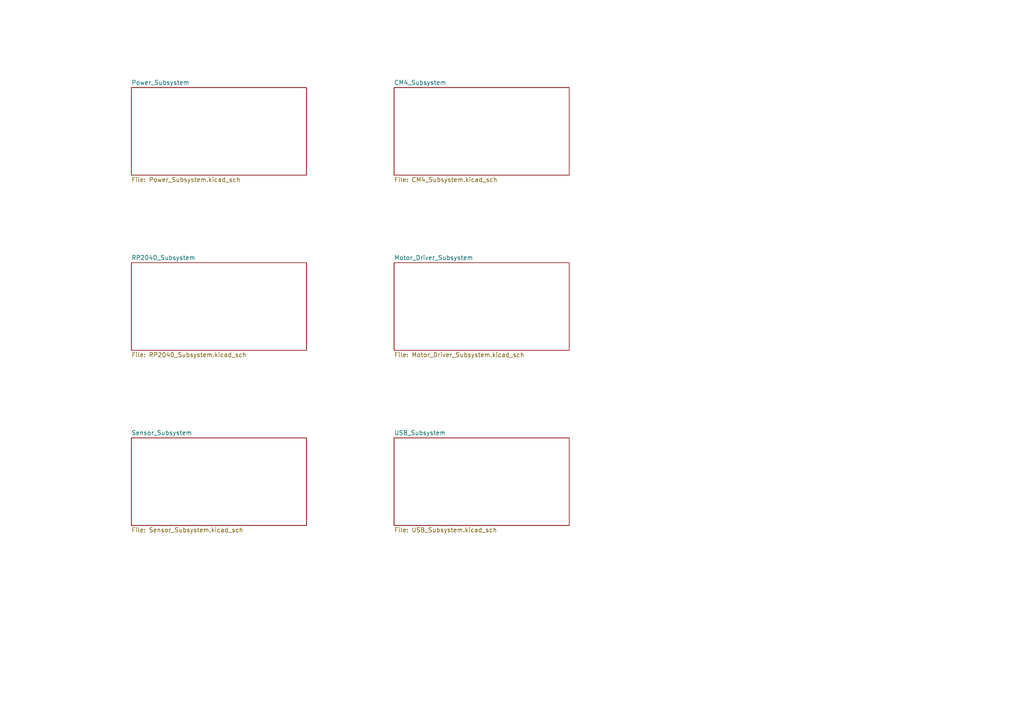
<source format=kicad_sch>
(kicad_sch (version 20230121) (generator eeschema)

  (uuid e63e39d7-6ac0-4ffd-8aa3-1841a4541b55)

  (paper "A4")

  (title_block
    (title "CM4 Robotics Controller")
    (date "2025-07-03")
    (rev "v1.0")
    (company "Manus AI")
  )

  (lib_symbols)

  (sheet (at 38.1 25.4) (size 50.8 25.4) (fields_autoplaced)
    (stroke (width 0.1524) (type solid))
    (fill (color 0 0 0 0.0000))
    (uuid 00000000-0000-0000-0000-00005f3c1de1)
    (property "Sheetname" "Power_Subsystem" (at 38.1 24.6884 0)
      (effects (font (size 1.27 1.27)) (justify left bottom))
    )
    (property "Sheetfile" "Power_Subsystem.kicad_sch" (at 38.1 51.3846 0)
      (effects (font (size 1.27 1.27)) (justify left top))
    )
    (instances
      (project "CM4_Robotics_Controller"
        (path "/e63e39d7-6ac0-4ffd-8aa3-1841a4541b55" (page "2"))
      )
    )
  )

  (sheet (at 114.3 25.4) (size 50.8 25.4) (fields_autoplaced)
    (stroke (width 0.1524) (type solid))
    (fill (color 0 0 0 0.0000))
    (uuid 00000000-0000-0000-0000-00005f3c1de2)
    (property "Sheetname" "CM4_Subsystem" (at 114.3 24.6884 0)
      (effects (font (size 1.27 1.27)) (justify left bottom))
    )
    (property "Sheetfile" "CM4_Subsystem.kicad_sch" (at 114.3 51.3846 0)
      (effects (font (size 1.27 1.27)) (justify left top))
    )
    (instances
      (project "CM4_Robotics_Controller"
        (path "/e63e39d7-6ac0-4ffd-8aa3-1841a4541b55" (page "3"))
      )
    )
  )

  (sheet (at 38.1 76.2) (size 50.8 25.4) (fields_autoplaced)
    (stroke (width 0.1524) (type solid))
    (fill (color 0 0 0 0.0000))
    (uuid 00000000-0000-0000-0000-00005f3c1de3)
    (property "Sheetname" "RP2040_Subsystem" (at 38.1 75.4884 0)
      (effects (font (size 1.27 1.27)) (justify left bottom))
    )
    (property "Sheetfile" "RP2040_Subsystem.kicad_sch" (at 38.1 102.1846 0)
      (effects (font (size 1.27 1.27)) (justify left top))
    )
    (instances
      (project "CM4_Robotics_Controller"
        (path "/e63e39d7-6ac0-4ffd-8aa3-1841a4541b55" (page "4"))
      )
    )
  )

  (sheet (at 114.3 76.2) (size 50.8 25.4) (fields_autoplaced)
    (stroke (width 0.1524) (type solid))
    (fill (color 0 0 0 0.0000))
    (uuid 00000000-0000-0000-0000-00005f3c1de4)
    (property "Sheetname" "Motor_Driver_Subsystem" (at 114.3 75.4884 0)
      (effects (font (size 1.27 1.27)) (justify left bottom))
    )
    (property "Sheetfile" "Motor_Driver_Subsystem.kicad_sch" (at 114.3 102.1846 0)
      (effects (font (size 1.27 1.27)) (justify left top))
    )
    (instances
      (project "CM4_Robotics_Controller"
        (path "/e63e39d7-6ac0-4ffd-8aa3-1841a4541b55" (page "5"))
      )
    )
  )

  (sheet (at 38.1 127.0) (size 50.8 25.4) (fields_autoplaced)
    (stroke (width 0.1524) (type solid))
    (fill (color 0 0 0 0.0000))
    (uuid 00000000-0000-0000-0000-00005f3c1de5)
    (property "Sheetname" "Sensor_Subsystem" (at 38.1 126.2884 0)
      (effects (font (size 1.27 1.27)) (justify left bottom))
    )
    (property "Sheetfile" "Sensor_Subsystem.kicad_sch" (at 38.1 152.9846 0)
      (effects (font (size 1.27 1.27)) (justify left top))
    )
    (instances
      (project "CM4_Robotics_Controller"
        (path "/e63e39d7-6ac0-4ffd-8aa3-1841a4541b55" (page "6"))
      )
    )
  )

  (sheet (at 114.3 127.0) (size 50.8 25.4) (fields_autoplaced)
    (stroke (width 0.1524) (type solid))
    (fill (color 0 0 0 0.0000))
    (uuid 00000000-0000-0000-0000-00005f3c1de6)
    (property "Sheetname" "USB_Subsystem" (at 114.3 126.2884 0)
      (effects (font (size 1.27 1.27)) (justify left bottom))
    )
    (property "Sheetfile" "USB_Subsystem.kicad_sch" (at 114.3 152.9846 0)
      (effects (font (size 1.27 1.27)) (justify left top))
    )
    (instances
      (project "CM4_Robotics_Controller"
        (path "/e63e39d7-6ac0-4ffd-8aa3-1841a4541b55" (page "7"))
      )
    )
  )

  (sheet_instances
    (path "/" (page "1"))
  )
)

</source>
